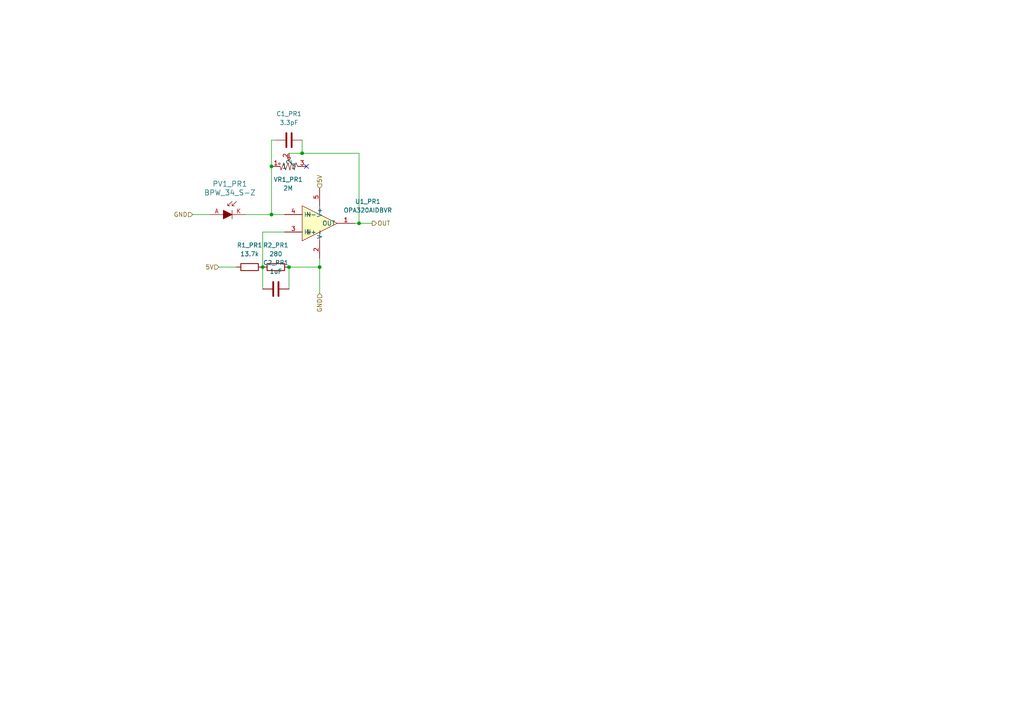
<source format=kicad_sch>
(kicad_sch (version 20231120) (generator "eeschema") (generator_version "8.0")
  (paper "A4")
  (lib_symbols
    (symbol "Device:C" (pin_numbers hide) (pin_names (offset 0.254))
      (property "Reference" "C" (at 0.635 2.54 0))
      (property "Value" "C" (at 0.635 -2.54 0))
      (symbol "C_0_1"
        (polyline (pts (xy -2.032 -0.762) (xy 2.032 -0.762)) (stroke (width 0.508)))
        (polyline (pts (xy -2.032 0.762) (xy 2.032 0.762)) (stroke (width 0.508)))
      )
      (symbol "C_1_1"
        (pin passive line (at 0 3.81 270) (length 2.794) (name "~") (number "1"))
        (pin passive line (at 0 -3.81 90) (length 2.794) (name "~") (number "2"))
      )
    )
    (symbol "Device:R" (pin_numbers hide) (pin_names (offset 0))
      (property "Reference" "R" (at 2.032 0 90))
      (property "Value" "R" (at 0 0 90))
      (symbol "R_0_1"
        (rectangle (start -1.016 -2.54) (end 1.016 2.54) (stroke (width 0.254)))
      )
      (symbol "R_1_1"
        (pin passive line (at 0 3.81 270) (length 1.27) (name "~") (number "1"))
        (pin passive line (at 0 -3.81 90) (length 1.27) (name "~") (number "2"))
      )
    )
    (symbol "dk_Optical-Sensors-Photodiodes:BPW_34_S-Z" (pin_names (offset 0))
      (property "Reference" "PV" (at 0 5.08 0))
      (property "Value" "BPW_34_S-Z" (at 0 -3.81 0))
      (symbol "BPW_34_S-Z_0_1"
        (polyline (pts (xy 1.27 1.27) (xy 1.27 -1.27)))
        (polyline (pts (xy -1.27 1.27) (xy -1.27 -1.27) (xy 1.27 0) (xy -1.27 1.27)) (fill (type outline)))
        (polyline (pts (xy 0 2.54) (xy 0.635 2.54) (xy 0 2.54) (xy 0 3.175) (xy 0 2.54) (xy 1.27 3.81)))
        (polyline (pts (xy 1.27 2.54) (xy 1.27 3.175) (xy 1.27 2.54) (xy 1.905 2.54) (xy 1.27 2.54) (xy 2.54 3.81)))
      )
      (symbol "BPW_34_S-Z_1_1"
        (pin passive line (at -5.08 0 0) (length 3.81) (name "~") (number "A"))
        (pin passive line (at 5.08 0 180) (length 3.81) (name "~") (number "K"))
      )
    )
    (symbol "easyeda2kicad:3313J-1-500E"
      (property "Reference" "R" (at 0 8.89 0))
      (property "Value" "3313J-1-500E" (at 0 -5.08 0))
      (symbol "3313J-1-500E_0_1"
        (polyline (pts (xy -2.54 0) (xy -2.03 1.02)))
        (polyline (pts (xy -2.03 1.02) (xy -1.52 -1.02)))
        (polyline (pts (xy -1.52 -1.02) (xy -0.76 1.02)))
        (polyline (pts (xy -0.76 1.02) (xy -0.25 -1.02)))
        (polyline (pts (xy -0.25 -1.02) (xy 0.25 1.02)))
        (polyline (pts (xy 0 2.54) (xy 0 1.52)))
        (polyline (pts (xy 0.25 1.02) (xy 1.02 -1.02)))
        (polyline (pts (xy 1.02 -1.02) (xy 1.52 1.02)))
        (polyline (pts (xy 1.52 1.02) (xy 2.29 -1.02)))
        (polyline (pts (xy 2.29 -1.02) (xy 2.54 0)))
        (polyline (pts (xy -0.51 2.54) (xy 0 1.52) (xy 0.51 2.54) (xy -0.51 2.54)) (fill (type background)))
        (circle (center 2.79 0.76) (radius 0.25))
        (pin unspecified line (at 5.08 0 180) (length 2.54) (name "1") (number "1"))
        (pin unspecified line (at 0 3.81 270) (length 1.27) (name "2") (number "2"))
        (pin unspecified line (at -5.08 0 0) (length 2.54) (name "3") (number "3"))
      )
    )
    (symbol "easyeda2kicad:OPA320AIDBVR"
      (property "Reference" "U" (at 0 15.24 0))
      (property "Value" "OPA320AIDBVR" (at 0 -15.24 0))
      (symbol "OPA320AIDBVR_0_1"
        (polyline (pts (xy -4.06 -2.54) (xy -2.54 -2.54)))
        (polyline (pts (xy -4.06 2.54) (xy -2.54 2.54)))
        (polyline (pts (xy -3.3 -1.78) (xy -3.3 -3.3)))
        (polyline (pts (xy 0 -2.54) (xy 0 -5.08)))
        (polyline (pts (xy 0 5.08) (xy 0 2.54)))
        (polyline (pts (xy -5.08 -5.08) (xy 5.08 0) (xy -5.08 5.08) (xy -5.08 -5.08)) (fill (type background)))
        (pin output line (at 10.16 0 180) (length 5.08) (name "OUT") (number "1"))
        (pin power_in line (at 0 -10.16 90) (length 5.08) (name "V-") (number "2"))
        (pin unspecified line (at -10.16 -2.54 0) (length 5.08) (name "IN+") (number "3"))
        (pin unspecified line (at -10.16 2.54 0) (length 5.08) (name "IN-") (number "4"))
        (pin power_in line (at 0 10.16 270) (length 5.08) (name "V+") (number "5"))
      )
    )
  )
  (junction (at 78.74 62.23))
  (junction (at 87.63 44.45))
  (junction (at 83.82 77.47))
  (junction (at 92.71 77.47))
  (junction (at 76.2 77.47))
  (junction (at 104.14 64.77))
  (junction (at 78.74 48.26))
  (no_connect (at 88.9 48.26))
  (wire (pts (xy 78.74 48.26) (xy 78.74 40.64)))
  (wire (pts (xy 92.71 85.09) (xy 92.71 77.47)))
  (wire (pts (xy 76.2 67.31) (xy 82.55 67.31)))
  (wire (pts (xy 55.88 62.23) (xy 60.96 62.23)))
  (wire (pts (xy 83.82 77.47) (xy 92.71 77.47)))
  (wire (pts (xy 107.95 64.77) (xy 104.14 64.77)))
  (wire (pts (xy 63.5 77.47) (xy 68.58 77.47)))
  (wire (pts (xy 76.2 77.47) (xy 76.2 67.31)))
  (wire (pts (xy 87.63 44.45) (xy 87.63 40.64)))
  (wire (pts (xy 71.12 62.23) (xy 78.74 62.23)))
  (wire (pts (xy 78.74 62.23) (xy 82.55 62.23)))
  (wire (pts (xy 92.71 77.47) (xy 92.71 74.93)))
  (wire (pts (xy 104.14 64.77) (xy 104.14 44.45)))
  (wire (pts (xy 104.14 44.45) (xy 87.63 44.45)))
  (wire (pts (xy 78.74 40.64) (xy 80.01 40.64)))
  (wire (pts (xy 78.74 48.26) (xy 78.74 62.23)))
  (wire (pts (xy 83.82 77.47) (xy 83.82 83.82)))
  (wire (pts (xy 104.14 64.77) (xy 102.87 64.77)))
  (wire (pts (xy 76.2 77.47) (xy 76.2 83.82)))
  (wire (pts (xy 83.82 44.45) (xy 87.63 44.45)))
  (hierarchical_label "5V" (shape input) (at 63.5 77.47 180))
  (hierarchical_label "5V" (shape input) (at 92.71 54.61 90))
  (hierarchical_label "GND" (shape input) (at 55.88 62.23 180))
  (hierarchical_label "OUT" (shape output) (at 107.95 64.77 0))
  (hierarchical_label "GND" (shape input) (at 92.71 85.09 270))
  (symbol (lib_id "easyeda2kicad:3313J-1-500E") (at 83.82 48.26 0) (mirror y) (unit 1)
    (property "Reference" "VR1_PR1" (at 83.57 52.07 0))
    (property "Value" "2M" (at 83.57 54.61 0))
    (property "Footprint" "easyeda2kicad:RES-ADJ-SMD_3313J-1" (effects (hide yes)))
    (property "Datasheet" "https://lcsc.com/product-detail/Precision-Potentiometer_BOURNS_3313J-1-500E_50R-10_C124624.html" (effects (hide yes)))
    (property "Description" "±20% ±100ppm/℃ 125mW 2MΩ SMD,3.2x3.5mm  Variable Resistors/Potentiometers ROHS" (effects (hide yes)))
    (property "MFR" "3313J-1-205E" (effects (hide yes)))
    (property "LCSC" "C124623" (effects (hide yes)))
    (property "URL" "https://jlcpcb.com/partdetail/Bourns-3313J_1205E/C124623" (effects (hide yes)))
  )
  (symbol (lib_id "Device:R") (at 72.39 77.47 90) (unit 1)
    (property "Reference" "R1_PR1" (at 72.39 71.12 90))
    (property "Value" "13.7k" (at 72.39 73.66 90))
    (property "Footprint" "Resistor_SMD:R_0402_1005Metric" (effects (hide yes)))
    (property "Description" "62.5mW Thick Film Resistors 50V ±100ppm/℃ ±1% 13.7kΩ 0402  Chip Resistor - Surface Mount ROHS" (effects (hide yes)))
    (property "MFR" "0402WGF1372TCE" (effects (hide yes)))
    (property "LCSC" "C25854" (effects (hide yes)))
    (property "URL" "https://jlcpcb.com/partdetail/26597-0402WGF1372TCE/C25854" (effects (hide yes)))
  )
  (symbol (lib_id "dk_Optical-Sensors-Photodiodes:BPW_34_S-Z") (at 66.04 62.23 0) (unit 1)
    (property "Reference" "PV1_PR1" (at 66.675 53.34 0) (effects (font (size 1.524 1.524))))
    (property "Value" "BPW_34_S-Z" (at 66.675 55.88 0) (effects (font (size 1.524 1.524))))
    (property "Footprint" "digikey-footprints:LED_2-SMD_Gull_Wing_4.4x3.85mm" (effects (hide yes)))
    (property "Datasheet" "https://media.digikey.com/pdf/Data%20Sheets/Osram%20PDFs/bpw34_spdf.pdf" (effects (hide yes)))
    (property "Description" "32V 920nm 420nm~1120nm 2nA SMD,3.7x6.2mm  Photodiodes ROHS" (effects (hide yes)))
    (property "MFR" "BPW34S-Z" (effects (hide yes)))
    (property "LCSC" "C67891" (effects (hide yes)))
    (property "URL" "https://jlcpcb.com/partdetail/Osram_OptoSemicon-BPW34SZ/C67891" (effects (hide yes)))
  )
  (symbol (lib_id "Device:C") (at 80.01 83.82 90) (unit 1)
    (property "Reference" "C2_PR1" (at 80.01 76.2 90))
    (property "Value" "1uF" (at 80.01 78.74 90))
    (property "Footprint" "Capacitor_SMD:C_0402_1005Metric" (effects (hide yes)))
    (property "Description" "10V 1uF X5R ±10% 0402  Multilayer Ceramic Capacitors MLCC - SMD/SMT ROHS" (effects (hide yes)))
    (property "MFR" "CL05A105KP5NNNC" (effects (hide yes)))
    (property "LCSC" "C14445" (effects (hide yes)))
    (property "URL" "https://jlcpcb.com/partdetail/15107-CL05A105KP5NNNC/C14445" (effects (hide yes)))
  )
  (symbol (lib_id "Device:R") (at 80.01 77.47 90) (unit 1)
    (property "Reference" "R2_PR1" (at 80.01 71.12 90))
    (property "Value" "280" (at 80.01 73.66 90))
    (property "Footprint" "Resistor_SMD:R_0402_1005Metric" (effects (hide yes)))
    (property "Description" "62.5mW Thick Film Resistors 50V ±1% ±200ppm/℃ 280Ω 0402  Chip Resistor - Surface Mount ROHS" (effects (hide yes)))
    (property "MFR" "RC-02W2800FT" (effects (hide yes)))
    (property "LCSC" "C321421" (effects (hide yes)))
    (property "URL" "https://jlcpcb.com/partdetail/302326-RC02W2800FT/C321421" (effects (hide yes)))
  )
  (symbol (lib_id "easyeda2kicad:OPA320AIDBVR") (at 92.71 64.77 0) (unit 1)
    (property "Reference" "U1_PR1" (at 106.68 58.4514 0))
    (property "Value" "OPA320AIDBVR" (at 106.68 60.9914 0))
    (property "Footprint" "easyeda2kicad:SOT-23-5_L3.0-W1.7-P0.95-LS2.8-BR" (effects (hide yes)))
    (property "Datasheet" "https://lcsc.com/product-detail/Precision-OpAmps_TI_OPA320AIDBVR_OPA320AIDBVR_C92494.html" (effects (hide yes)))
    (property "Description" "20MHz 0.2pA Single SOT-23-5  Precision OpAmps ROHS" (effects (hide yes)))
    (property "MFR" "OPA320AIDBVR" (effects (hide yes)))
    (property "LCSC" "C92494" (effects (hide yes)))
    (property "URL" "https://jlcpcb.com/partdetail/TexasInstruments-OPA320AIDBVR/C92494" (effects (hide yes)))
  )
  (symbol (lib_id "Device:C") (at 83.82 40.64 90) (unit 1)
    (property "Reference" "C1_PR1" (at 83.82 33.02 90))
    (property "Value" "3.3pF" (at 83.82 35.56 90))
    (property "Footprint" "Capacitor_SMD:C_0402_1005Metric" (effects (hide yes)))
    (property "Description" "50V 3.3pF C0G 0402  Multilayer Ceramic Capacitors MLCC - SMD/SMT ROHS" (effects (hide yes)))
    (property "MFR" "0402CG3R3C500NT" (effects (hide yes)))
    (property "LCSC" "C1565" (effects (hide yes)))
    (property "URL" "https://jlcpcb.com/partdetail/1917-0402CG3R3C500NT/C1565" (effects (hide yes)))
  )
)
</source>
